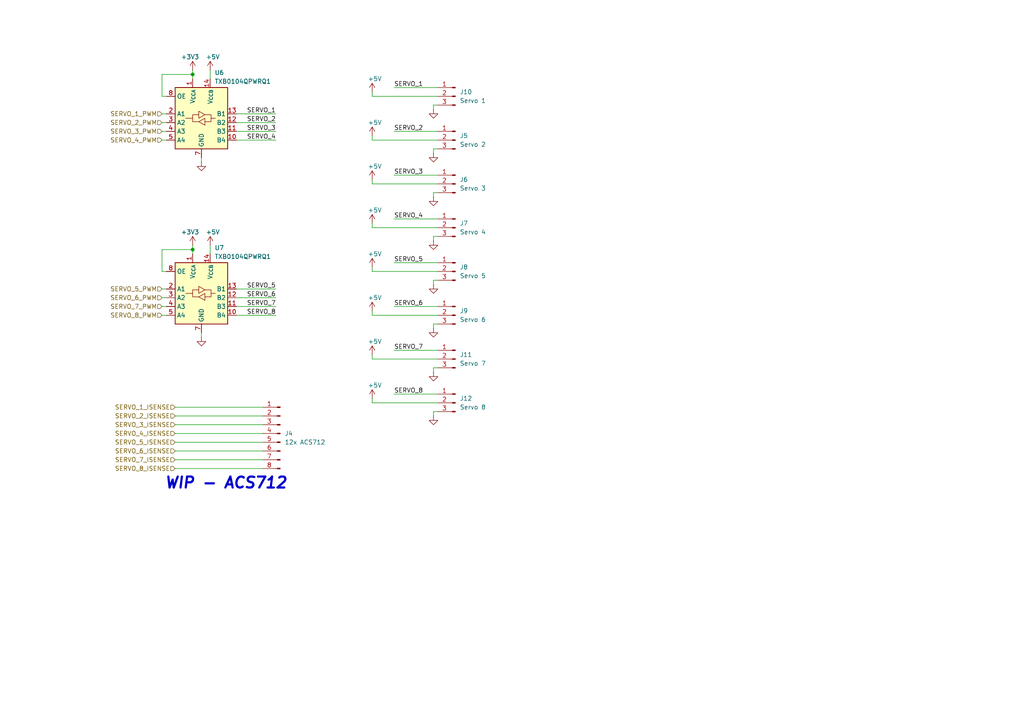
<source format=kicad_sch>
(kicad_sch (version 20231120) (generator "eeschema") (generator_version "8.0")
  (paper "A4")
  (title_block (title "Robotic Hand PCB") (rev "0.1.0") (company "Daniel Jeon"))
  (lib_symbols
    (symbol "Connector:Conn_01x03_Pin" (pin_names (offset 1.016) hide)
      (property "Reference" "J" (at 0 5.08 0))
      (property "Value" "Conn_01x03_Pin" (at 0 -5.08 0))
      (symbol "Conn_01x03_Pin_1_1"
        (polyline (pts (xy 1.27 -2.54) (xy 0.8636 -2.54)) (stroke (width 0.1524)))
        (polyline (pts (xy 1.27 0) (xy 0.8636 0)) (stroke (width 0.1524)))
        (polyline (pts (xy 1.27 2.54) (xy 0.8636 2.54)) (stroke (width 0.1524)))
        (rectangle (start 0.8636 -2.413) (end 0 -2.667) (stroke (width 0.1524)) (fill (type outline)))
        (rectangle (start 0.8636 0.127) (end 0 -0.127) (stroke (width 0.1524)) (fill (type outline)))
        (rectangle (start 0.8636 2.667) (end 0 2.413) (stroke (width 0.1524)) (fill (type outline)))
        (pin passive line (at 5.08 2.54 180) (length 3.81) (name "Pin_1") (number "1"))
        (pin passive line (at 5.08 0 180) (length 3.81) (name "Pin_2") (number "2"))
        (pin passive line (at 5.08 -2.54 180) (length 3.81) (name "Pin_3") (number "3"))
      )
    )
    (symbol "Connector:Conn_01x08_Pin" (pin_names (offset 1.016) hide)
      (property "Reference" "J" (at 0 10.16 0))
      (property "Value" "Conn_01x08_Pin" (at 0 -12.7 0))
      (symbol "Conn_01x08_Pin_1_1"
        (polyline (pts (xy 1.27 -10.16) (xy 0.8636 -10.16)) (stroke (width 0.1524)))
        (polyline (pts (xy 1.27 -7.62) (xy 0.8636 -7.62)) (stroke (width 0.1524)))
        (polyline (pts (xy 1.27 -5.08) (xy 0.8636 -5.08)) (stroke (width 0.1524)))
        (polyline (pts (xy 1.27 -2.54) (xy 0.8636 -2.54)) (stroke (width 0.1524)))
        (polyline (pts (xy 1.27 0) (xy 0.8636 0)) (stroke (width 0.1524)))
        (polyline (pts (xy 1.27 2.54) (xy 0.8636 2.54)) (stroke (width 0.1524)))
        (polyline (pts (xy 1.27 5.08) (xy 0.8636 5.08)) (stroke (width 0.1524)))
        (polyline (pts (xy 1.27 7.62) (xy 0.8636 7.62)) (stroke (width 0.1524)))
        (rectangle (start 0.8636 -10.033) (end 0 -10.287) (stroke (width 0.1524)) (fill (type outline)))
        (rectangle (start 0.8636 -7.493) (end 0 -7.747) (stroke (width 0.1524)) (fill (type outline)))
        (rectangle (start 0.8636 -4.953) (end 0 -5.207) (stroke (width 0.1524)) (fill (type outline)))
        (rectangle (start 0.8636 -2.413) (end 0 -2.667) (stroke (width 0.1524)) (fill (type outline)))
        (rectangle (start 0.8636 0.127) (end 0 -0.127) (stroke (width 0.1524)) (fill (type outline)))
        (rectangle (start 0.8636 2.667) (end 0 2.413) (stroke (width 0.1524)) (fill (type outline)))
        (rectangle (start 0.8636 5.207) (end 0 4.953) (stroke (width 0.1524)) (fill (type outline)))
        (rectangle (start 0.8636 7.747) (end 0 7.493) (stroke (width 0.1524)) (fill (type outline)))
        (pin passive line (at 5.08 7.62 180) (length 3.81) (name "Pin_1") (number "1"))
        (pin passive line (at 5.08 5.08 180) (length 3.81) (name "Pin_2") (number "2"))
        (pin passive line (at 5.08 2.54 180) (length 3.81) (name "Pin_3") (number "3"))
        (pin passive line (at 5.08 0 180) (length 3.81) (name "Pin_4") (number "4"))
        (pin passive line (at 5.08 -2.54 180) (length 3.81) (name "Pin_5") (number "5"))
        (pin passive line (at 5.08 -5.08 180) (length 3.81) (name "Pin_6") (number "6"))
        (pin passive line (at 5.08 -7.62 180) (length 3.81) (name "Pin_7") (number "7"))
        (pin passive line (at 5.08 -10.16 180) (length 3.81) (name "Pin_8") (number "8"))
      )
    )
    (symbol "common:txb0104qpwrq1"
      (property "Reference" "U" (at -6.35 10.16 0))
      (property "Value" "TXB0104QPWRQ1" (at 3.81 10.16 0))
      (symbol "txb0104qpwrq1_0_1"
        (rectangle (start -7.62 8.89) (end 7.62 -8.89) (stroke (width 0.254)) (fill (type background)))
        (polyline (pts (xy -2.54 0) (xy -2.54 1.016) (xy -0.762 1.016)))
        (polyline (pts (xy 2.794 0) (xy 2.794 -1.016) (xy 1.016 -1.016)))
        (polyline (pts (xy -0.762 -1.016) (xy -2.54 -1.016) (xy -2.54 0) (xy -4.572 0)))
        (polyline (pts (xy -0.762 -1.016) (xy 1.016 0) (xy 1.016 -2.032) (xy -0.762 -1.016)))
        (polyline (pts (xy 1.016 1.016) (xy -0.762 0) (xy -0.762 2.032) (xy 1.016 1.016)))
        (polyline (pts (xy 1.016 1.016) (xy 2.794 1.016) (xy 2.794 0) (xy 4.064 0)))
      )
      (symbol "txb0104qpwrq1_1_1"
        (pin power_in line (at -2.54 11.43 270) (length 2.54) (name "V_{CCA}") (number "1"))
        (pin bidirectional line (at 10.16 -6.35 180) (length 2.54) (name "B4") (number "10"))
        (pin bidirectional line (at 10.16 -3.81 180) (length 2.54) (name "B3") (number "11"))
        (pin bidirectional line (at 10.16 -1.27 180) (length 2.54) (name "B2") (number "12"))
        (pin bidirectional line (at 10.16 1.27 180) (length 2.54) (name "B1") (number "13"))
        (pin power_in line (at 2.54 11.43 270) (length 2.54) (name "V_{CCB}") (number "14"))
        (pin bidirectional line (at -10.16 1.27 0) (length 2.54) (name "A1") (number "2"))
        (pin bidirectional line (at -10.16 -1.27 0) (length 2.54) (name "A2") (number "3"))
        (pin bidirectional line (at -10.16 -3.81 0) (length 2.54) (name "A3") (number "4"))
        (pin bidirectional line (at -10.16 -6.35 0) (length 2.54) (name "A4") (number "5"))
        (pin no_connect line (at 3.81 -11.43 90) (length 2.54) hide (name "NC") (number "6"))
        (pin power_in line (at 0 -11.43 90) (length 2.54) (name "GND") (number "7"))
        (pin input line (at -10.16 6.35 0) (length 2.54) (name "OE") (number "8"))
        (pin no_connect line (at 2.54 -11.43 90) (length 2.54) hide (name "NC") (number "9"))
      )
    )
    (symbol "power:+3V3" (power) (pin_numbers hide) (pin_names (offset 0) hide)
      (property "Value" "+3V3" (at 0 3.556 0))
      (symbol "+3V3_0_1"
        (polyline (pts (xy -0.762 1.27) (xy 0 2.54)))
        (polyline (pts (xy 0 0) (xy 0 2.54)))
        (polyline (pts (xy 0 2.54) (xy 0.762 1.27)))
      )
      (symbol "+3V3_1_1"
        (pin power_in line (at 0 0 90) (length 0) (name "~") (number "1"))
      )
    )
    (symbol "power:+5V" (power) (pin_numbers hide) (pin_names (offset 0) hide)
      (property "Value" "+5V" (at 0 3.556 0))
      (symbol "+5V_0_1"
        (polyline (pts (xy -0.762 1.27) (xy 0 2.54)))
        (polyline (pts (xy 0 0) (xy 0 2.54)))
        (polyline (pts (xy 0 2.54) (xy 0.762 1.27)))
      )
      (symbol "+5V_1_1"
        (pin power_in line (at 0 0 90) (length 0) (name "~") (number "1"))
      )
    )
    (symbol "power:GND" (power) (pin_numbers hide) (pin_names (offset 0) hide)
      (property "Value" "GND" (at 0 -3.81 0))
      (symbol "GND_0_1"
        (polyline (pts (xy 0 0) (xy 0 -1.27) (xy 1.27 -1.27) (xy 0 -2.54) (xy -1.27 -1.27) (xy 0 -1.27)))
      )
      (symbol "GND_1_1"
        (pin power_in line (at 0 0 270) (length 0) (name "~") (number "1"))
      )
    )
  )
  (junction (at 55.88 72.39))
  (junction (at 55.88 21.59))
  (wire (pts (xy 125.73 93.98) (xy 127 93.98)))
  (wire (pts (xy 55.88 20.32) (xy 55.88 21.59)))
  (wire (pts (xy 114.3 114.3) (xy 127 114.3)))
  (wire (pts (xy 107.95 53.34) (xy 127 53.34)))
  (wire (pts (xy 80.01 83.82) (xy 68.58 83.82)))
  (wire (pts (xy 114.3 38.1) (xy 127 38.1)))
  (wire (pts (xy 125.73 30.48) (xy 127 30.48)))
  (wire (pts (xy 125.73 81.28) (xy 127 81.28)))
  (wire (pts (xy 76.2 133.35) (xy 50.8 133.35)))
  (wire (pts (xy 114.3 50.8) (xy 127 50.8)))
  (wire (pts (xy 46.99 33.02) (xy 48.26 33.02)))
  (wire (pts (xy 125.73 31.75) (xy 125.73 30.48)))
  (wire (pts (xy 46.99 35.56) (xy 48.26 35.56)))
  (wire (pts (xy 114.3 76.2) (xy 127 76.2)))
  (wire (pts (xy 107.95 40.64) (xy 127 40.64)))
  (wire (pts (xy 76.2 128.27) (xy 50.8 128.27)))
  (wire (pts (xy 107.95 52.07) (xy 107.95 53.34)))
  (wire (pts (xy 76.2 125.73) (xy 50.8 125.73)))
  (wire (pts (xy 107.95 102.87) (xy 107.95 104.14)))
  (wire (pts (xy 48.26 27.94) (xy 46.99 27.94)))
  (wire (pts (xy 125.73 68.58) (xy 127 68.58)))
  (wire (pts (xy 58.42 46.99) (xy 58.42 45.72)))
  (wire (pts (xy 46.99 21.59) (xy 55.88 21.59)))
  (wire (pts (xy 107.95 77.47) (xy 107.95 78.74)))
  (wire (pts (xy 55.88 72.39) (xy 55.88 73.66)))
  (wire (pts (xy 114.3 88.9) (xy 127 88.9)))
  (wire (pts (xy 125.73 44.45) (xy 125.73 43.18)))
  (wire (pts (xy 48.26 78.74) (xy 46.99 78.74)))
  (wire (pts (xy 125.73 43.18) (xy 127 43.18)))
  (wire (pts (xy 107.95 116.84) (xy 127 116.84)))
  (wire (pts (xy 76.2 118.11) (xy 50.8 118.11)))
  (wire (pts (xy 46.99 38.1) (xy 48.26 38.1)))
  (wire (pts (xy 125.73 119.38) (xy 127 119.38)))
  (wire (pts (xy 46.99 27.94) (xy 46.99 21.59)))
  (wire (pts (xy 107.95 27.94) (xy 127 27.94)))
  (wire (pts (xy 80.01 35.56) (xy 68.58 35.56)))
  (wire (pts (xy 107.95 39.37) (xy 107.95 40.64)))
  (wire (pts (xy 80.01 38.1) (xy 68.58 38.1)))
  (wire (pts (xy 76.2 135.89) (xy 50.8 135.89)))
  (wire (pts (xy 107.95 66.04) (xy 127 66.04)))
  (wire (pts (xy 107.95 26.67) (xy 107.95 27.94)))
  (wire (pts (xy 60.96 20.32) (xy 60.96 22.86)))
  (wire (pts (xy 55.88 21.59) (xy 55.88 22.86)))
  (wire (pts (xy 125.73 120.65) (xy 125.73 119.38)))
  (wire (pts (xy 46.99 78.74) (xy 46.99 72.39)))
  (wire (pts (xy 114.3 63.5) (xy 127 63.5)))
  (wire (pts (xy 125.73 106.68) (xy 127 106.68)))
  (wire (pts (xy 46.99 72.39) (xy 55.88 72.39)))
  (wire (pts (xy 125.73 95.25) (xy 125.73 93.98)))
  (wire (pts (xy 46.99 86.36) (xy 48.26 86.36)))
  (wire (pts (xy 80.01 86.36) (xy 68.58 86.36)))
  (wire (pts (xy 125.73 107.95) (xy 125.73 106.68)))
  (wire (pts (xy 46.99 91.44) (xy 48.26 91.44)))
  (wire (pts (xy 80.01 40.64) (xy 68.58 40.64)))
  (wire (pts (xy 80.01 91.44) (xy 68.58 91.44)))
  (wire (pts (xy 46.99 88.9) (xy 48.26 88.9)))
  (wire (pts (xy 60.96 71.12) (xy 60.96 73.66)))
  (wire (pts (xy 107.95 90.17) (xy 107.95 91.44)))
  (wire (pts (xy 76.2 120.65) (xy 50.8 120.65)))
  (wire (pts (xy 76.2 123.19) (xy 50.8 123.19)))
  (wire (pts (xy 80.01 88.9) (xy 68.58 88.9)))
  (wire (pts (xy 107.95 91.44) (xy 127 91.44)))
  (wire (pts (xy 125.73 82.55) (xy 125.73 81.28)))
  (wire (pts (xy 107.95 104.14) (xy 127 104.14)))
  (wire (pts (xy 114.3 101.6) (xy 127 101.6)))
  (wire (pts (xy 76.2 130.81) (xy 50.8 130.81)))
  (wire (pts (xy 107.95 115.57) (xy 107.95 116.84)))
  (wire (pts (xy 114.3 25.4) (xy 127 25.4)))
  (wire (pts (xy 80.01 33.02) (xy 68.58 33.02)))
  (wire (pts (xy 55.88 71.12) (xy 55.88 72.39)))
  (wire (pts (xy 125.73 57.15) (xy 125.73 55.88)))
  (wire (pts (xy 46.99 40.64) (xy 48.26 40.64)))
  (wire (pts (xy 58.42 97.79) (xy 58.42 96.52)))
  (wire (pts (xy 125.73 55.88) (xy 127 55.88)))
  (wire (pts (xy 125.73 69.85) (xy 125.73 68.58)))
  (wire (pts (xy 107.95 78.74) (xy 127 78.74)))
  (wire (pts (xy 46.99 83.82) (xy 48.26 83.82)))
  (wire (pts (xy 107.95 64.77) (xy 107.95 66.04)))
  (text "WIP - ACS712" (at 65.532 140.208 0) (effects (font (size 3.175 3.175) (thickness 0.635) (bold yes) (italic yes))))
  (label "SERVO_3" (at 80.01 38.1 180))
  (label "SERVO_4" (at 114.3 63.5 0))
  (label "SERVO_3" (at 114.3 50.8 0))
  (label "SERVO_6" (at 114.3 88.9 0))
  (label "SERVO_8" (at 80.01 91.44 180))
  (label "SERVO_8" (at 114.3 114.3 0))
  (label "SERVO_1" (at 80.01 33.02 180))
  (label "SERVO_2" (at 80.01 35.56 180))
  (label "SERVO_7" (at 114.3 101.6 0))
  (label "SERVO_5" (at 80.01 83.82 180))
  (label "SERVO_1" (at 114.3 25.4 0))
  (label "SERVO_5" (at 114.3 76.2 0))
  (label "SERVO_2" (at 114.3 38.1 0))
  (label "SERVO_4" (at 80.01 40.64 180))
  (label "SERVO_6" (at 80.01 86.36 180))
  (label "SERVO_7" (at 80.01 88.9 180))
  (hierarchical_label "SERVO_3_PWM" (shape input) (at 46.99 38.1 180))
  (hierarchical_label "SERVO_8_PWM" (shape input) (at 46.99 91.44 180))
  (hierarchical_label "SERVO_5_ISENSE" (shape input) (at 50.8 128.27 180))
  (hierarchical_label "SERVO_8_ISENSE" (shape input) (at 50.8 135.89 180))
  (hierarchical_label "SERVO_1_PWM" (shape input) (at 46.99 33.02 180))
  (hierarchical_label "SERVO_3_ISENSE" (shape input) (at 50.8 123.19 180))
  (hierarchical_label "SERVO_6_ISENSE" (shape input) (at 50.8 130.81 180))
  (hierarchical_label "SERVO_2_ISENSE" (shape input) (at 50.8 120.65 180))
  (hierarchical_label "SERVO_4_ISENSE" (shape input) (at 50.8 125.73 180))
  (hierarchical_label "SERVO_1_ISENSE" (shape input) (at 50.8 118.11 180))
  (hierarchical_label "SERVO_7_ISENSE" (shape input) (at 50.8 133.35 180))
  (hierarchical_label "SERVO_6_PWM" (shape input) (at 46.99 86.36 180))
  (hierarchical_label "SERVO_7_PWM" (shape input) (at 46.99 88.9 180))
  (hierarchical_label "SERVO_4_PWM" (shape input) (at 46.99 40.64 180))
  (hierarchical_label "SERVO_5_PWM" (shape input) (at 46.99 83.82 180))
  (hierarchical_label "SERVO_2_PWM" (shape input) (at 46.99 35.56 180))
  (symbol (lib_id "power:+5V") (at 107.95 26.67 0) (unit 1)
    (property "Reference" "#PWR067" (effects (hide yes)))
    (property "Value" "+5V" (at 108.712 22.86 0))
    (property "Description" "Power symbol creates a global label with name \"+5V\"" (effects (hide yes)))
  )
  (symbol (lib_id "power:GND") (at 58.42 97.79 0) (unit 1)
    (property "Reference" "#PWR066" (effects (hide yes)))
    (property "Value" "GND" (effects (hide yes)))
    (property "Description" "Power symbol creates a global label with name \"GND\" , ground" (effects (hide yes)))
  )
  (symbol (lib_id "power:GND") (at 58.42 46.99 0) (unit 1)
    (property "Reference" "#PWR063" (effects (hide yes)))
    (property "Value" "GND" (effects (hide yes)))
    (property "Description" "Power symbol creates a global label with name \"GND\" , ground" (effects (hide yes)))
  )
  (symbol (lib_id "power:+3V3") (at 55.88 20.32 0) (unit 1)
    (property "Reference" "#PWR019" (effects (hide yes)))
    (property "Value" "+3V3" (at 55.118 16.51 0))
    (property "Description" "Power symbol creates a global label with name \"+3V3\"" (effects (hide yes)))
  )
  (symbol (lib_id "Connector:Conn_01x03_Pin") (at 132.08 91.44 0) (mirror y) (unit 1)
    (property "Reference" "J9" (at 133.35 90.1699 0) (effects (justify right)))
    (property "Value" "Servo 6" (at 133.35 92.7099 0) (effects (justify right)))
    (property "Description" "Generic connector, single row, 01x03, script generated" (effects (hide yes)))
  )
  (symbol (lib_id "power:GND") (at 125.73 44.45 0) (unit 1)
    (property "Reference" "#PWR076" (effects (hide yes)))
    (property "Value" "GND" (effects (hide yes)))
    (property "Description" "Power symbol creates a global label with name \"GND\" , ground" (effects (hide yes)))
  )
  (symbol (lib_id "Connector:Conn_01x03_Pin") (at 132.08 78.74 0) (mirror y) (unit 1)
    (property "Reference" "J8" (at 133.35 77.4699 0) (effects (justify right)))
    (property "Value" "Servo 5" (at 133.35 80.0099 0) (effects (justify right)))
    (property "Description" "Generic connector, single row, 01x03, script generated" (effects (hide yes)))
  )
  (symbol (lib_id "power:+5V") (at 107.95 77.47 0) (unit 1)
    (property "Reference" "#PWR071" (effects (hide yes)))
    (property "Value" "+5V" (at 108.712 73.66 0))
    (property "Description" "Power symbol creates a global label with name \"+5V\"" (effects (hide yes)))
  )
  (symbol (lib_id "Connector:Conn_01x03_Pin") (at 132.08 104.14 0) (mirror y) (unit 1)
    (property "Reference" "J11" (at 133.35 102.8699 0) (effects (justify right)))
    (property "Value" "Servo 7" (at 133.35 105.4099 0) (effects (justify right)))
    (property "Description" "Generic connector, single row, 01x03, script generated" (effects (hide yes)))
  )
  (symbol (lib_id "power:+5V") (at 107.95 90.17 0) (unit 1)
    (property "Reference" "#PWR072" (effects (hide yes)))
    (property "Value" "+5V" (at 108.712 86.36 0))
    (property "Description" "Power symbol creates a global label with name \"+5V\"" (effects (hide yes)))
  )
  (symbol (lib_id "power:+5V") (at 107.95 39.37 0) (unit 1)
    (property "Reference" "#PWR068" (effects (hide yes)))
    (property "Value" "+5V" (at 108.712 35.56 0))
    (property "Description" "Power symbol creates a global label with name \"+5V\"" (effects (hide yes)))
  )
  (symbol (lib_id "power:+5V") (at 107.95 115.57 0) (unit 1)
    (property "Reference" "#PWR074" (effects (hide yes)))
    (property "Value" "+5V" (at 108.712 111.76 0))
    (property "Description" "Power symbol creates a global label with name \"+5V\"" (effects (hide yes)))
  )
  (symbol (lib_id "power:GND") (at 125.73 57.15 0) (unit 1)
    (property "Reference" "#PWR077" (effects (hide yes)))
    (property "Value" "GND" (effects (hide yes)))
    (property "Description" "Power symbol creates a global label with name \"GND\" , ground" (effects (hide yes)))
  )
  (symbol (lib_id "Connector:Conn_01x08_Pin") (at 81.28 125.73 0) (mirror y) (unit 1)
    (property "Reference" "J4" (at 82.55 125.7299 0) (effects (justify right)))
    (property "Value" "12x ACS712" (at 82.55 128.2699 0) (effects (justify right)))
    (property "Description" "Generic connector, single row, 01x08, script generated" (effects (hide yes)))
  )
  (symbol (lib_id "power:+3V3") (at 55.88 71.12 0) (unit 1)
    (property "Reference" "#PWR064" (effects (hide yes)))
    (property "Value" "+3V3" (at 55.118 67.31 0))
    (property "Description" "Power symbol creates a global label with name \"+3V3\"" (effects (hide yes)))
  )
  (symbol (lib_id "power:+5V") (at 107.95 52.07 0) (unit 1)
    (property "Reference" "#PWR069" (effects (hide yes)))
    (property "Value" "+5V" (at 108.712 48.26 0))
    (property "Description" "Power symbol creates a global label with name \"+5V\"" (effects (hide yes)))
  )
  (symbol (lib_id "power:+5V") (at 60.96 71.12 0) (unit 1)
    (property "Reference" "#PWR065" (effects (hide yes)))
    (property "Value" "+5V" (at 61.722 67.31 0))
    (property "Description" "Power symbol creates a global label with name \"+5V\"" (effects (hide yes)))
  )
  (symbol (lib_id "power:+5V") (at 107.95 102.87 0) (unit 1)
    (property "Reference" "#PWR073" (effects (hide yes)))
    (property "Value" "+5V" (at 108.712 99.06 0))
    (property "Description" "Power symbol creates a global label with name \"+5V\"" (effects (hide yes)))
  )
  (symbol (lib_id "power:+5V") (at 107.95 64.77 0) (unit 1)
    (property "Reference" "#PWR070" (effects (hide yes)))
    (property "Value" "+5V" (at 108.712 60.96 0))
    (property "Description" "Power symbol creates a global label with name \"+5V\"" (effects (hide yes)))
  )
  (symbol (lib_id "power:+5V") (at 60.96 20.32 0) (unit 1)
    (property "Reference" "#PWR022" (effects (hide yes)))
    (property "Value" "+5V" (at 61.722 16.51 0))
    (property "Description" "Power symbol creates a global label with name \"+5V\"" (effects (hide yes)))
  )
  (symbol (lib_id "Connector:Conn_01x03_Pin") (at 132.08 27.94 0) (mirror y) (unit 1)
    (property "Reference" "J10" (at 133.35 26.6699 0) (effects (justify right)))
    (property "Value" "Servo 1" (at 133.35 29.2099 0) (effects (justify right)))
    (property "Description" "Generic connector, single row, 01x03, script generated" (effects (hide yes)))
  )
  (symbol (lib_id "power:GND") (at 125.73 95.25 0) (unit 1)
    (property "Reference" "#PWR080" (effects (hide yes)))
    (property "Value" "GND" (effects (hide yes)))
    (property "Description" "Power symbol creates a global label with name \"GND\" , ground" (effects (hide yes)))
  )
  (symbol (lib_id "Connector:Conn_01x03_Pin") (at 132.08 40.64 0) (mirror y) (unit 1)
    (property "Reference" "J5" (at 133.35 39.3699 0) (effects (justify right)))
    (property "Value" "Servo 2" (at 133.35 41.9099 0) (effects (justify right)))
    (property "Description" "Generic connector, single row, 01x03, script generated" (effects (hide yes)))
  )
  (symbol (lib_id "Connector:Conn_01x03_Pin") (at 132.08 116.84 0) (mirror y) (unit 1)
    (property "Reference" "J12" (at 133.35 115.5699 0) (effects (justify right)))
    (property "Value" "Servo 8" (at 133.35 118.1099 0) (effects (justify right)))
    (property "Description" "Generic connector, single row, 01x03, script generated" (effects (hide yes)))
  )
  (symbol (lib_id "power:GND") (at 125.73 69.85 0) (unit 1)
    (property "Reference" "#PWR078" (effects (hide yes)))
    (property "Value" "GND" (effects (hide yes)))
    (property "Description" "Power symbol creates a global label with name \"GND\" , ground" (effects (hide yes)))
  )
  (symbol (lib_id "common:txb0104qpwrq1") (at 58.42 34.29 0) (unit 1)
    (property "Reference" "U6" (at 62.23 21.082 0) (effects (justify left)))
    (property "Value" "TXB0104QPWRQ1" (at 62.23 23.622 0) (effects (justify left)))
    (property "Footprint" "common:txb0104qpwrq1" (effects (hide yes)))
    (property "Datasheet" "https://www.ti.com/general/docs/suppproductinfo.tsp?distId=10&gotoUrl=https%3A%2F%2Fwww.ti.com%2Flit%2Fgpn%2Ftxb0104-q1" (effects (hide yes)))
    (property "Description" "Voltage Level Translator Bidirectional 1 Circuit 4 Channel 100Mbps 14-TSSOP, AEC-Q100 variant of TXB0104PWR" (effects (hide yes)))
    (property "Manufacturer" "Texas Instruments" (effects (hide yes)))
    (property "Manufacturer Part Number" "TXB0104QPWRQ1" (effects (hide yes)))
    (property "Distributor" "DigiKey" (effects (hide yes)))
    (property "Distributor Part Number" "296-27760-1-ND" (effects (hide yes)))
    (property "Distributor Link" "https://www.digikey.ca/en/products/detail/texas-instruments/TXB0104QPWRQ1/2232941" (effects (hide yes)))
  )
  (symbol (lib_id "power:GND") (at 125.73 82.55 0) (unit 1)
    (property "Reference" "#PWR079" (effects (hide yes)))
    (property "Value" "GND" (effects (hide yes)))
    (property "Description" "Power symbol creates a global label with name \"GND\" , ground" (effects (hide yes)))
  )
  (symbol (lib_id "power:GND") (at 125.73 107.95 0) (unit 1)
    (property "Reference" "#PWR081" (effects (hide yes)))
    (property "Value" "GND" (effects (hide yes)))
    (property "Description" "Power symbol creates a global label with name \"GND\" , ground" (effects (hide yes)))
  )
  (symbol (lib_id "power:GND") (at 125.73 31.75 0) (unit 1)
    (property "Reference" "#PWR075" (effects (hide yes)))
    (property "Value" "GND" (effects (hide yes)))
    (property "Description" "Power symbol creates a global label with name \"GND\" , ground" (effects (hide yes)))
  )
  (symbol (lib_id "Connector:Conn_01x03_Pin") (at 132.08 53.34 0) (mirror y) (unit 1)
    (property "Reference" "J6" (at 133.35 52.0699 0) (effects (justify right)))
    (property "Value" "Servo 3" (at 133.35 54.6099 0) (effects (justify right)))
    (property "Description" "Generic connector, single row, 01x03, script generated" (effects (hide yes)))
  )
  (symbol (lib_id "common:txb0104qpwrq1") (at 58.42 85.09 0) (unit 1)
    (property "Reference" "U7" (at 62.23 71.882 0) (effects (justify left)))
    (property "Value" "TXB0104QPWRQ1" (at 62.23 74.422 0) (effects (justify left)))
    (property "Footprint" "common:txb0104qpwrq1" (effects (hide yes)))
    (property "Datasheet" "https://www.ti.com/general/docs/suppproductinfo.tsp?distId=10&gotoUrl=https%3A%2F%2Fwww.ti.com%2Flit%2Fgpn%2Ftxb0104-q1" (effects (hide yes)))
    (property "Description" "Voltage Level Translator Bidirectional 1 Circuit 4 Channel 100Mbps 14-TSSOP, AEC-Q100 variant of TXB0104PWR" (effects (hide yes)))
    (property "Manufacturer" "Texas Instruments" (effects (hide yes)))
    (property "Manufacturer Part Number" "TXB0104QPWRQ1" (effects (hide yes)))
    (property "Distributor" "DigiKey" (effects (hide yes)))
    (property "Distributor Part Number" "296-27760-1-ND" (effects (hide yes)))
    (property "Distributor Link" "https://www.digikey.ca/en/products/detail/texas-instruments/TXB0104QPWRQ1/2232941" (effects (hide yes)))
  )
  (symbol (lib_id "Connector:Conn_01x03_Pin") (at 132.08 66.04 0) (mirror y) (unit 1)
    (property "Reference" "J7" (at 133.35 64.7699 0) (effects (justify right)))
    (property "Value" "Servo 4" (at 133.35 67.3099 0) (effects (justify right)))
    (property "Description" "Generic connector, single row, 01x03, script generated" (effects (hide yes)))
  )
  (symbol (lib_id "power:GND") (at 125.73 120.65 0) (unit 1)
    (property "Reference" "#PWR082" (effects (hide yes)))
    (property "Value" "GND" (effects (hide yes)))
    (property "Description" "Power symbol creates a global label with name \"GND\" , ground" (effects (hide yes)))
  )
)
</source>
